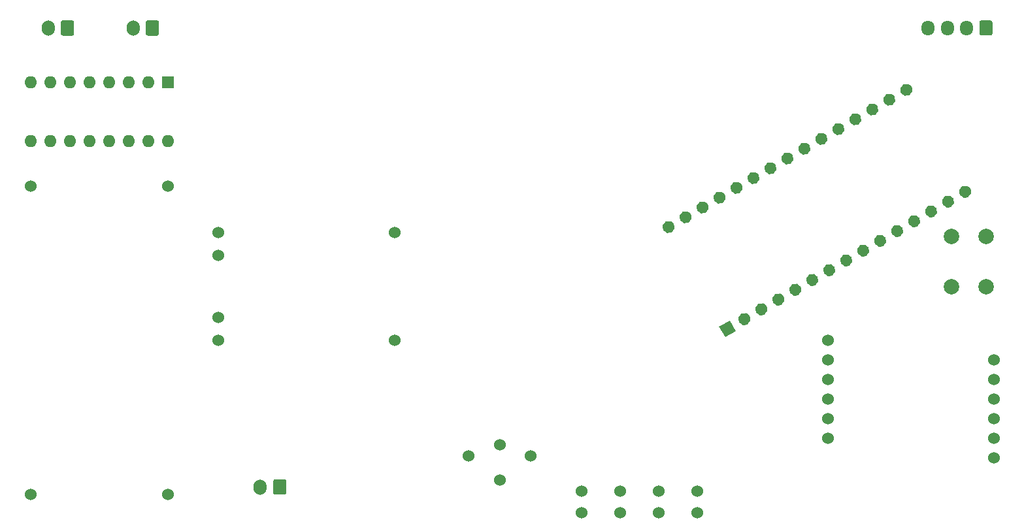
<source format=gbr>
%TF.GenerationSoftware,KiCad,Pcbnew,(5.1.10)-1*%
%TF.CreationDate,2021-05-15T16:46:54+02:00*%
%TF.ProjectId,fetap,66657461-702e-46b6-9963-61645f706362,rev?*%
%TF.SameCoordinates,Original*%
%TF.FileFunction,Soldermask,Bot*%
%TF.FilePolarity,Negative*%
%FSLAX46Y46*%
G04 Gerber Fmt 4.6, Leading zero omitted, Abs format (unit mm)*
G04 Created by KiCad (PCBNEW (5.1.10)-1) date 2021-05-15 16:46:54*
%MOMM*%
%LPD*%
G01*
G04 APERTURE LIST*
%ADD10C,2.000000*%
%ADD11C,0.100000*%
%ADD12O,1.700000X1.950000*%
%ADD13C,1.524000*%
%ADD14O,1.700000X2.000000*%
%ADD15O,1.600000X1.600000*%
%ADD16R,1.600000X1.600000*%
G04 APERTURE END LIST*
D10*
%TO.C,SW1*%
X142500000Y-73000000D03*
X147000000Y-73000000D03*
X142500000Y-79500000D03*
X147000000Y-79500000D03*
%TD*%
%TO.C,Arduino Nano*%
G36*
G01*
X137075863Y-54714593D02*
X137075863Y-54714593D01*
G75*
G02*
X135983043Y-54421773I-400000J692820D01*
G01*
X135983043Y-54421773D01*
G75*
G02*
X136275863Y-53328953I692820J400000D01*
G01*
X136275863Y-53328953D01*
G75*
G02*
X137368683Y-53621773I400000J-692820D01*
G01*
X137368683Y-53621773D01*
G75*
G02*
X137075863Y-54714593I-692820J-400000D01*
G01*
G37*
G36*
G01*
X144695863Y-67912820D02*
X144695863Y-67912820D01*
G75*
G02*
X143603043Y-67620000I-400000J692820D01*
G01*
X143603043Y-67620000D01*
G75*
G02*
X143895863Y-66527180I692820J400000D01*
G01*
X143895863Y-66527180D01*
G75*
G02*
X144988683Y-66820000I400000J-692820D01*
G01*
X144988683Y-66820000D01*
G75*
G02*
X144695863Y-67912820I-692820J-400000D01*
G01*
G37*
G36*
G01*
X106280000Y-72494593D02*
X106280000Y-72494593D01*
G75*
G02*
X105187180Y-72201773I-400000J692820D01*
G01*
X105187180Y-72201773D01*
G75*
G02*
X105480000Y-71108953I692820J400000D01*
G01*
X105480000Y-71108953D01*
G75*
G02*
X106572820Y-71401773I400000J-692820D01*
G01*
X106572820Y-71401773D01*
G75*
G02*
X106280000Y-72494593I-692820J-400000D01*
G01*
G37*
G36*
G01*
X142496159Y-69182820D02*
X142496159Y-69182820D01*
G75*
G02*
X141403339Y-68890000I-400000J692820D01*
G01*
X141403339Y-68890000D01*
G75*
G02*
X141696159Y-67797180I692820J400000D01*
G01*
X141696159Y-67797180D01*
G75*
G02*
X142788979Y-68090000I400000J-692820D01*
G01*
X142788979Y-68090000D01*
G75*
G02*
X142496159Y-69182820I-692820J-400000D01*
G01*
G37*
G36*
G01*
X108479705Y-71224593D02*
X108479705Y-71224593D01*
G75*
G02*
X107386885Y-70931773I-400000J692820D01*
G01*
X107386885Y-70931773D01*
G75*
G02*
X107679705Y-69838953I692820J400000D01*
G01*
X107679705Y-69838953D01*
G75*
G02*
X108772525Y-70131773I400000J-692820D01*
G01*
X108772525Y-70131773D01*
G75*
G02*
X108479705Y-71224593I-692820J-400000D01*
G01*
G37*
G36*
G01*
X140296454Y-70452820D02*
X140296454Y-70452820D01*
G75*
G02*
X139203634Y-70160000I-400000J692820D01*
G01*
X139203634Y-70160000D01*
G75*
G02*
X139496454Y-69067180I692820J400000D01*
G01*
X139496454Y-69067180D01*
G75*
G02*
X140589274Y-69360000I400000J-692820D01*
G01*
X140589274Y-69360000D01*
G75*
G02*
X140296454Y-70452820I-692820J-400000D01*
G01*
G37*
G36*
G01*
X110679409Y-69954593D02*
X110679409Y-69954593D01*
G75*
G02*
X109586589Y-69661773I-400000J692820D01*
G01*
X109586589Y-69661773D01*
G75*
G02*
X109879409Y-68568953I692820J400000D01*
G01*
X109879409Y-68568953D01*
G75*
G02*
X110972229Y-68861773I400000J-692820D01*
G01*
X110972229Y-68861773D01*
G75*
G02*
X110679409Y-69954593I-692820J-400000D01*
G01*
G37*
G36*
G01*
X138096750Y-71722820D02*
X138096750Y-71722820D01*
G75*
G02*
X137003930Y-71430000I-400000J692820D01*
G01*
X137003930Y-71430000D01*
G75*
G02*
X137296750Y-70337180I692820J400000D01*
G01*
X137296750Y-70337180D01*
G75*
G02*
X138389570Y-70630000I400000J-692820D01*
G01*
X138389570Y-70630000D01*
G75*
G02*
X138096750Y-71722820I-692820J-400000D01*
G01*
G37*
G36*
G01*
X112879114Y-68684593D02*
X112879114Y-68684593D01*
G75*
G02*
X111786294Y-68391773I-400000J692820D01*
G01*
X111786294Y-68391773D01*
G75*
G02*
X112079114Y-67298953I692820J400000D01*
G01*
X112079114Y-67298953D01*
G75*
G02*
X113171934Y-67591773I400000J-692820D01*
G01*
X113171934Y-67591773D01*
G75*
G02*
X112879114Y-68684593I-692820J-400000D01*
G01*
G37*
G36*
G01*
X135897045Y-72992820D02*
X135897045Y-72992820D01*
G75*
G02*
X134804225Y-72700000I-400000J692820D01*
G01*
X134804225Y-72700000D01*
G75*
G02*
X135097045Y-71607180I692820J400000D01*
G01*
X135097045Y-71607180D01*
G75*
G02*
X136189865Y-71900000I400000J-692820D01*
G01*
X136189865Y-71900000D01*
G75*
G02*
X135897045Y-72992820I-692820J-400000D01*
G01*
G37*
G36*
G01*
X115078818Y-67414593D02*
X115078818Y-67414593D01*
G75*
G02*
X113985998Y-67121773I-400000J692820D01*
G01*
X113985998Y-67121773D01*
G75*
G02*
X114278818Y-66028953I692820J400000D01*
G01*
X114278818Y-66028953D01*
G75*
G02*
X115371638Y-66321773I400000J-692820D01*
G01*
X115371638Y-66321773D01*
G75*
G02*
X115078818Y-67414593I-692820J-400000D01*
G01*
G37*
G36*
G01*
X133697341Y-74262820D02*
X133697341Y-74262820D01*
G75*
G02*
X132604521Y-73970000I-400000J692820D01*
G01*
X132604521Y-73970000D01*
G75*
G02*
X132897341Y-72877180I692820J400000D01*
G01*
X132897341Y-72877180D01*
G75*
G02*
X133990161Y-73170000I400000J-692820D01*
G01*
X133990161Y-73170000D01*
G75*
G02*
X133697341Y-74262820I-692820J-400000D01*
G01*
G37*
G36*
G01*
X117278523Y-66144593D02*
X117278523Y-66144593D01*
G75*
G02*
X116185703Y-65851773I-400000J692820D01*
G01*
X116185703Y-65851773D01*
G75*
G02*
X116478523Y-64758953I692820J400000D01*
G01*
X116478523Y-64758953D01*
G75*
G02*
X117571343Y-65051773I400000J-692820D01*
G01*
X117571343Y-65051773D01*
G75*
G02*
X117278523Y-66144593I-692820J-400000D01*
G01*
G37*
G36*
G01*
X131497636Y-75532820D02*
X131497636Y-75532820D01*
G75*
G02*
X130404816Y-75240000I-400000J692820D01*
G01*
X130404816Y-75240000D01*
G75*
G02*
X130697636Y-74147180I692820J400000D01*
G01*
X130697636Y-74147180D01*
G75*
G02*
X131790456Y-74440000I400000J-692820D01*
G01*
X131790456Y-74440000D01*
G75*
G02*
X131497636Y-75532820I-692820J-400000D01*
G01*
G37*
G36*
G01*
X119478227Y-64874593D02*
X119478227Y-64874593D01*
G75*
G02*
X118385407Y-64581773I-400000J692820D01*
G01*
X118385407Y-64581773D01*
G75*
G02*
X118678227Y-63488953I692820J400000D01*
G01*
X118678227Y-63488953D01*
G75*
G02*
X119771047Y-63781773I400000J-692820D01*
G01*
X119771047Y-63781773D01*
G75*
G02*
X119478227Y-64874593I-692820J-400000D01*
G01*
G37*
G36*
G01*
X129297932Y-76802820D02*
X129297932Y-76802820D01*
G75*
G02*
X128205112Y-76510000I-400000J692820D01*
G01*
X128205112Y-76510000D01*
G75*
G02*
X128497932Y-75417180I692820J400000D01*
G01*
X128497932Y-75417180D01*
G75*
G02*
X129590752Y-75710000I400000J-692820D01*
G01*
X129590752Y-75710000D01*
G75*
G02*
X129297932Y-76802820I-692820J-400000D01*
G01*
G37*
G36*
G01*
X121677932Y-63604593D02*
X121677932Y-63604593D01*
G75*
G02*
X120585112Y-63311773I-400000J692820D01*
G01*
X120585112Y-63311773D01*
G75*
G02*
X120877932Y-62218953I692820J400000D01*
G01*
X120877932Y-62218953D01*
G75*
G02*
X121970752Y-62511773I400000J-692820D01*
G01*
X121970752Y-62511773D01*
G75*
G02*
X121677932Y-63604593I-692820J-400000D01*
G01*
G37*
G36*
G01*
X127098227Y-78072820D02*
X127098227Y-78072820D01*
G75*
G02*
X126005407Y-77780000I-400000J692820D01*
G01*
X126005407Y-77780000D01*
G75*
G02*
X126298227Y-76687180I692820J400000D01*
G01*
X126298227Y-76687180D01*
G75*
G02*
X127391047Y-76980000I400000J-692820D01*
G01*
X127391047Y-76980000D01*
G75*
G02*
X127098227Y-78072820I-692820J-400000D01*
G01*
G37*
G36*
G01*
X123877636Y-62334593D02*
X123877636Y-62334593D01*
G75*
G02*
X122784816Y-62041773I-400000J692820D01*
G01*
X122784816Y-62041773D01*
G75*
G02*
X123077636Y-60948953I692820J400000D01*
G01*
X123077636Y-60948953D01*
G75*
G02*
X124170456Y-61241773I400000J-692820D01*
G01*
X124170456Y-61241773D01*
G75*
G02*
X123877636Y-62334593I-692820J-400000D01*
G01*
G37*
G36*
G01*
X124898523Y-79342820D02*
X124898523Y-79342820D01*
G75*
G02*
X123805703Y-79050000I-400000J692820D01*
G01*
X123805703Y-79050000D01*
G75*
G02*
X124098523Y-77957180I692820J400000D01*
G01*
X124098523Y-77957180D01*
G75*
G02*
X125191343Y-78250000I400000J-692820D01*
G01*
X125191343Y-78250000D01*
G75*
G02*
X124898523Y-79342820I-692820J-400000D01*
G01*
G37*
G36*
G01*
X126077341Y-61064593D02*
X126077341Y-61064593D01*
G75*
G02*
X124984521Y-60771773I-400000J692820D01*
G01*
X124984521Y-60771773D01*
G75*
G02*
X125277341Y-59678953I692820J400000D01*
G01*
X125277341Y-59678953D01*
G75*
G02*
X126370161Y-59971773I400000J-692820D01*
G01*
X126370161Y-59971773D01*
G75*
G02*
X126077341Y-61064593I-692820J-400000D01*
G01*
G37*
G36*
G01*
X122698818Y-80612820D02*
X122698818Y-80612820D01*
G75*
G02*
X121605998Y-80320000I-400000J692820D01*
G01*
X121605998Y-80320000D01*
G75*
G02*
X121898818Y-79227180I692820J400000D01*
G01*
X121898818Y-79227180D01*
G75*
G02*
X122991638Y-79520000I400000J-692820D01*
G01*
X122991638Y-79520000D01*
G75*
G02*
X122698818Y-80612820I-692820J-400000D01*
G01*
G37*
G36*
G01*
X128277045Y-59794593D02*
X128277045Y-59794593D01*
G75*
G02*
X127184225Y-59501773I-400000J692820D01*
G01*
X127184225Y-59501773D01*
G75*
G02*
X127477045Y-58408953I692820J400000D01*
G01*
X127477045Y-58408953D01*
G75*
G02*
X128569865Y-58701773I400000J-692820D01*
G01*
X128569865Y-58701773D01*
G75*
G02*
X128277045Y-59794593I-692820J-400000D01*
G01*
G37*
G36*
G01*
X120499114Y-81882820D02*
X120499114Y-81882820D01*
G75*
G02*
X119406294Y-81590000I-400000J692820D01*
G01*
X119406294Y-81590000D01*
G75*
G02*
X119699114Y-80497180I692820J400000D01*
G01*
X119699114Y-80497180D01*
G75*
G02*
X120791934Y-80790000I400000J-692820D01*
G01*
X120791934Y-80790000D01*
G75*
G02*
X120499114Y-81882820I-692820J-400000D01*
G01*
G37*
G36*
G01*
X130476750Y-58524593D02*
X130476750Y-58524593D01*
G75*
G02*
X129383930Y-58231773I-400000J692820D01*
G01*
X129383930Y-58231773D01*
G75*
G02*
X129676750Y-57138953I692820J400000D01*
G01*
X129676750Y-57138953D01*
G75*
G02*
X130769570Y-57431773I400000J-692820D01*
G01*
X130769570Y-57431773D01*
G75*
G02*
X130476750Y-58524593I-692820J-400000D01*
G01*
G37*
G36*
G01*
X118299409Y-83152820D02*
X118299409Y-83152820D01*
G75*
G02*
X117206589Y-82860000I-400000J692820D01*
G01*
X117206589Y-82860000D01*
G75*
G02*
X117499409Y-81767180I692820J400000D01*
G01*
X117499409Y-81767180D01*
G75*
G02*
X118592229Y-82060000I400000J-692820D01*
G01*
X118592229Y-82060000D01*
G75*
G02*
X118299409Y-83152820I-692820J-400000D01*
G01*
G37*
G36*
G01*
X132676454Y-57254593D02*
X132676454Y-57254593D01*
G75*
G02*
X131583634Y-56961773I-400000J692820D01*
G01*
X131583634Y-56961773D01*
G75*
G02*
X131876454Y-55868953I692820J400000D01*
G01*
X131876454Y-55868953D01*
G75*
G02*
X132969274Y-56161773I400000J-692820D01*
G01*
X132969274Y-56161773D01*
G75*
G02*
X132676454Y-57254593I-692820J-400000D01*
G01*
G37*
G36*
G01*
X116099705Y-84422820D02*
X116099705Y-84422820D01*
G75*
G02*
X115006885Y-84130000I-400000J692820D01*
G01*
X115006885Y-84130000D01*
G75*
G02*
X115299705Y-83037180I692820J400000D01*
G01*
X115299705Y-83037180D01*
G75*
G02*
X116392525Y-83330000I400000J-692820D01*
G01*
X116392525Y-83330000D01*
G75*
G02*
X116099705Y-84422820I-692820J-400000D01*
G01*
G37*
G36*
G01*
X134876159Y-55984593D02*
X134876159Y-55984593D01*
G75*
G02*
X133783339Y-55691773I-400000J692820D01*
G01*
X133783339Y-55691773D01*
G75*
G02*
X134076159Y-54598953I692820J400000D01*
G01*
X134076159Y-54598953D01*
G75*
G02*
X135168979Y-54891773I400000J-692820D01*
G01*
X135168979Y-54891773D01*
G75*
G02*
X134876159Y-55984593I-692820J-400000D01*
G01*
G37*
D11*
G36*
X114592820Y-85292820D02*
G01*
X113207180Y-86092820D01*
X112407180Y-84707180D01*
X113792820Y-83907180D01*
X114592820Y-85292820D01*
G37*
%TD*%
D12*
%TO.C,Dial1*%
X139500000Y-46000000D03*
X142000000Y-46000000D03*
X144500000Y-46000000D03*
G36*
G01*
X147850000Y-45275000D02*
X147850000Y-46725000D01*
G75*
G02*
X147600000Y-46975000I-250000J0D01*
G01*
X146400000Y-46975000D01*
G75*
G02*
X146150000Y-46725000I0J250000D01*
G01*
X146150000Y-45275000D01*
G75*
G02*
X146400000Y-45025000I250000J0D01*
G01*
X147600000Y-45025000D01*
G75*
G02*
X147850000Y-45275000I0J-250000D01*
G01*
G37*
%TD*%
D13*
%TO.C,TP4056 Battery Charger*%
X47560000Y-75500000D03*
X47560000Y-83500000D03*
X47560000Y-72500000D03*
X47560000Y-86500000D03*
X70420000Y-72500000D03*
X70420000Y-86500000D03*
%TD*%
D14*
%TO.C,Battery*%
X36500000Y-46000000D03*
G36*
G01*
X39850000Y-45250000D02*
X39850000Y-46750000D01*
G75*
G02*
X39600000Y-47000000I-250000J0D01*
G01*
X38400000Y-47000000D01*
G75*
G02*
X38150000Y-46750000I0J250000D01*
G01*
X38150000Y-45250000D01*
G75*
G02*
X38400000Y-45000000I250000J0D01*
G01*
X39600000Y-45000000D01*
G75*
G02*
X39850000Y-45250000I0J-250000D01*
G01*
G37*
%TD*%
%TO.C,Power*%
X53000000Y-105500000D03*
G36*
G01*
X56350000Y-104750000D02*
X56350000Y-106250000D01*
G75*
G02*
X56100000Y-106500000I-250000J0D01*
G01*
X54900000Y-106500000D01*
G75*
G02*
X54650000Y-106250000I0J250000D01*
G01*
X54650000Y-104750000D01*
G75*
G02*
X54900000Y-104500000I250000J0D01*
G01*
X56100000Y-104500000D01*
G75*
G02*
X56350000Y-104750000I0J-250000D01*
G01*
G37*
%TD*%
D13*
%TO.C,U4*%
X41000000Y-66500000D03*
X23220000Y-66500000D03*
X41000000Y-106500000D03*
X23220000Y-106500000D03*
%TD*%
%TO.C,sim800l*%
X126500000Y-99200000D03*
X126500000Y-96660000D03*
X126500000Y-94120000D03*
X126500000Y-91580000D03*
X126500000Y-89040000D03*
X126500000Y-86500000D03*
X148000000Y-89040000D03*
X148000000Y-91580000D03*
X148000000Y-94120000D03*
X148000000Y-96660000D03*
X148000000Y-99200000D03*
X148000000Y-101740000D03*
%TD*%
D14*
%TO.C,Bell*%
X25500000Y-46000000D03*
G36*
G01*
X28850000Y-45250000D02*
X28850000Y-46750000D01*
G75*
G02*
X28600000Y-47000000I-250000J0D01*
G01*
X27400000Y-47000000D01*
G75*
G02*
X27150000Y-46750000I0J250000D01*
G01*
X27150000Y-45250000D01*
G75*
G02*
X27400000Y-45000000I250000J0D01*
G01*
X28600000Y-45000000D01*
G75*
G02*
X28850000Y-45250000I0J-250000D01*
G01*
G37*
%TD*%
D13*
%TO.C,Hook*%
X80000000Y-101500000D03*
X84000000Y-100000000D03*
X88000000Y-101500000D03*
X84000000Y-104600000D03*
%TD*%
%TO.C,U3*%
X109600000Y-106000000D03*
X104600000Y-106000000D03*
X99600000Y-106000000D03*
X94600000Y-106000000D03*
X109600000Y-108800000D03*
X104600000Y-108800000D03*
X99600000Y-108800000D03*
X94600000Y-108800000D03*
%TD*%
D15*
%TO.C,U2*%
X41000000Y-60620000D03*
X23220000Y-53000000D03*
X38460000Y-60620000D03*
X25760000Y-53000000D03*
X35920000Y-60620000D03*
X28300000Y-53000000D03*
X33380000Y-60620000D03*
X30840000Y-53000000D03*
X30840000Y-60620000D03*
X33380000Y-53000000D03*
X28300000Y-60620000D03*
X35920000Y-53000000D03*
X25760000Y-60620000D03*
X38460000Y-53000000D03*
X23220000Y-60620000D03*
D16*
X41000000Y-53000000D03*
%TD*%
M02*

</source>
